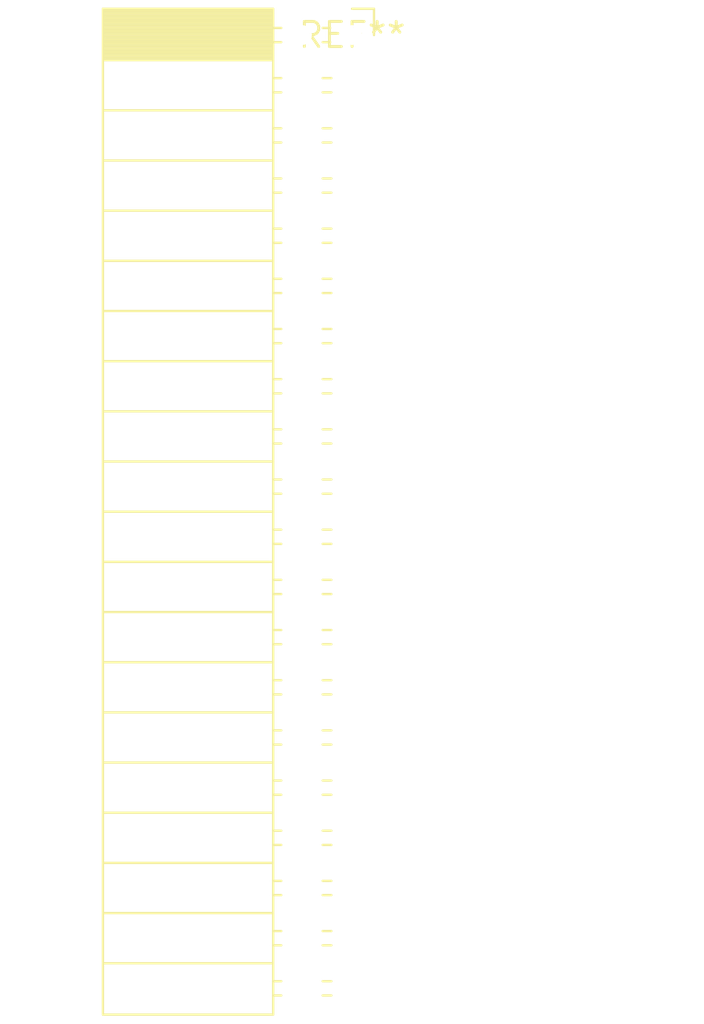
<source format=kicad_pcb>
(kicad_pcb (version 20240108) (generator pcbnew)
  (layers (0 "F.Cu" signal) (31 "B.Cu" signal) (34 "B.Paste" user) (35 "F.Paste" user) (36 "B.SilkS" user "B.Silkscreen") (37 "F.SilkS" user "F.Silkscreen") (38 "B.Mask" user) (39 "F.Mask" user) (44 "Edge.Cuts" user))
  (net 0 "")
  (footprint "PinSocket_2x20_P2.54mm_Horizontal" (layer "F.Cu") (at 0 0)
    (property "Reference" "REF**")
    (property "Value" "PinSocket_2x20_P2.54mm_Horizontal")
    (fp_line (start -12.63 -1.33) (end -12.63 49.59) (layer "F.SilkS") (stroke (width 0.12)))
    (fp_line (start -12.63 -1.33) (end -4 -1.33) (layer "F.SilkS") (stroke (width 0.12)))
    (fp_line (start -12.63 -1.21) (end -4 -1.21) (layer "F.SilkS") (stroke (width 0.12)))
    (fp_line (start -12.63 -1.091905) (end -4 -1.091905) (layer "F.SilkS") (stroke (width 0.12)))
    (fp_line (start -12.63 -0.97381) (end -4 -0.97381) (layer "F.SilkS") (stroke (width 0.12)))
    (fp_line (start -12.63 -0.855715) (end -4 -0.855715) (layer "F.SilkS") (stroke (width 0.12)))
    (fp_line (start -12.63 -0.73762) (end -4 -0.73762) (layer "F.SilkS") (stroke (width 0.12)))
    (fp_line (start -12.63 -0.619525) (end -4 -0.619525) (layer "F.SilkS") (stroke (width 0.12)))
    (fp_line (start -12.63 -0.50143) (end -4 -0.50143) (layer "F.SilkS") (stroke (width 0.12)))
    (fp_line (start -12.63 -0.383335) (end -4 -0.383335) (layer "F.SilkS") (stroke (width 0.12)))
    (fp_line (start -12.63 -0.26524) (end -4 -0.26524) (layer "F.SilkS") (stroke (width 0.12)))
    (fp_line (start -12.63 -0.147145) (end -4 -0.147145) (layer "F.SilkS") (stroke (width 0.12)))
    (fp_line (start -12.63 -0.02905) (end -4 -0.02905) (layer "F.SilkS") (stroke (width 0.12)))
    (fp_line (start -12.63 0.089045) (end -4 0.089045) (layer "F.SilkS") (stroke (width 0.12)))
    (fp_line (start -12.63 0.20714) (end -4 0.20714) (layer "F.SilkS") (stroke (width 0.12)))
    (fp_line (start -12.63 0.325235) (end -4 0.325235) (layer "F.SilkS") (stroke (width 0.12)))
    (fp_line (start -12.63 0.44333) (end -4 0.44333) (layer "F.SilkS") (stroke (width 0.12)))
    (fp_line (start -12.63 0.561425) (end -4 0.561425) (layer "F.SilkS") (stroke (width 0.12)))
    (fp_line (start -12.63 0.67952) (end -4 0.67952) (layer "F.SilkS") (stroke (width 0.12)))
    (fp_line (start -12.63 0.797615) (end -4 0.797615) (layer "F.SilkS") (stroke (width 0.12)))
    (fp_line (start -12.63 0.91571) (end -4 0.91571) (layer "F.SilkS") (stroke (width 0.12)))
    (fp_line (start -12.63 1.033805) (end -4 1.033805) (layer "F.SilkS") (stroke (width 0.12)))
    (fp_line (start -12.63 1.1519) (end -4 1.1519) (layer "F.SilkS") (stroke (width 0.12)))
    (fp_line (start -12.63 1.27) (end -4 1.27) (layer "F.SilkS") (stroke (width 0.12)))
    (fp_line (start -12.63 3.81) (end -4 3.81) (layer "F.SilkS") (stroke (width 0.12)))
    (fp_line (start -12.63 6.35) (end -4 6.35) (layer "F.SilkS") (stroke (width 0.12)))
    (fp_line (start -12.63 8.89) (end -4 8.89) (layer "F.SilkS") (stroke (width 0.12)))
    (fp_line (start -12.63 11.43) (end -4 11.43) (layer "F.SilkS") (stroke (width 0.12)))
    (fp_line (start -12.63 13.97) (end -4 13.97) (layer "F.SilkS") (stroke (width 0.12)))
    (fp_line (start -12.63 16.51) (end -4 16.51) (layer "F.SilkS") (stroke (width 0.12)))
    (fp_line (start -12.63 19.05) (end -4 19.05) (layer "F.SilkS") (stroke (width 0.12)))
    (fp_line (start -12.63 21.59) (end -4 21.59) (layer "F.SilkS") (stroke (width 0.12)))
    (fp_line (start -12.63 24.13) (end -4 24.13) (layer "F.SilkS") (stroke (width 0.12)))
    (fp_line (start -12.63 26.67) (end -4 26.67) (layer "F.SilkS") (stroke (width 0.12)))
    (fp_line (start -12.63 29.21) (end -4 29.21) (layer "F.SilkS") (stroke (width 0.12)))
    (fp_line (start -12.63 31.75) (end -4 31.75) (layer "F.SilkS") (stroke (width 0.12)))
    (fp_line (start -12.63 34.29) (end -4 34.29) (layer "F.SilkS") (stroke (width 0.12)))
    (fp_line (start -12.63 36.83) (end -4 36.83) (layer "F.SilkS") (stroke (width 0.12)))
    (fp_line (start -12.63 39.37) (end -4 39.37) (layer "F.SilkS") (stroke (width 0.12)))
    (fp_line (start -12.63 41.91) (end -4 41.91) (layer "F.SilkS") (stroke (width 0.12)))
    (fp_line (start -12.63 44.45) (end -4 44.45) (layer "F.SilkS") (stroke (width 0.12)))
    (fp_line (start -12.63 46.99) (end -4 46.99) (layer "F.SilkS") (stroke (width 0.12)))
    (fp_line (start -12.63 49.59) (end -4 49.59) (layer "F.SilkS") (stroke (width 0.12)))
    (fp_line (start -4 -1.33) (end -4 49.59) (layer "F.SilkS") (stroke (width 0.12)))
    (fp_line (start -4 -0.36) (end -3.59 -0.36) (layer "F.SilkS") (stroke (width 0.12)))
    (fp_line (start -4 0.36) (end -3.59 0.36) (layer "F.SilkS") (stroke (width 0.12)))
    (fp_line (start -4 2.18) (end -3.59 2.18) (layer "F.SilkS") (stroke (width 0.12)))
    (fp_line (start -4 2.9) (end -3.59 2.9) (layer "F.SilkS") (stroke (width 0.12)))
    (fp_line (start -4 4.72) (end -3.59 4.72) (layer "F.SilkS") (stroke (width 0.12)))
    (fp_line (start -4 5.44) (end -3.59 5.44) (layer "F.SilkS") (stroke (width 0.12)))
    (fp_line (start -4 7.26) (end -3.59 7.26) (layer "F.SilkS") (stroke (width 0.12)))
    (fp_line (start -4 7.98) (end -3.59 7.98) (layer "F.SilkS") (stroke (width 0.12)))
    (fp_line (start -4 9.8) (end -3.59 9.8) (layer "F.SilkS") (stroke (width 0.12)))
    (fp_line (start -4 10.52) (end -3.59 10.52) (layer "F.SilkS") (stroke (width 0.12)))
    (fp_line (start -4 12.34) (end -3.59 12.34) (layer "F.SilkS") (stroke (width 0.12)))
    (fp_line (start -4 13.06) (end -3.59 13.06) (layer "F.SilkS") (stroke (width 0.12)))
    (fp_line (start -4 14.88) (end -3.59 14.88) (layer "F.SilkS") (stroke (width 0.12)))
    (fp_line (start -4 15.6) (end -3.59 15.6) (layer "F.SilkS") (stroke (width 0.12)))
    (fp_line (start -4 17.42) (end -3.59 17.42) (layer "F.SilkS") (stroke (width 0.12)))
    (fp_line (start -4 18.14) (end -3.59 18.14) (layer "F.SilkS") (stroke (width 0.12)))
    (fp_line (start -4 19.96) (end -3.59 19.96) (layer "F.SilkS") (stroke (width 0.12)))
    (fp_line (start -4 20.68) (end -3.59 20.68) (layer "F.SilkS") (stroke (width 0.12)))
    (fp_line (start -4 22.5) (end -3.59 22.5) (layer "F.SilkS") (stroke (width 0.12)))
    (fp_line (start -4 23.22) (end -3.59 23.22) (layer "F.SilkS") (stroke (width 0.12)))
    (fp_line (start -4 25.04) (end -3.59 25.04) (layer "F.SilkS") (stroke (width 0.12)))
    (fp_line (start -4 25.76) (end -3.59 25.76) (layer "F.SilkS") (stroke (width 0.12)))
    (fp_line (start -4 27.58) (end -3.59 27.58) (layer "F.SilkS") (stroke (width 0.12)))
    (fp_line (start -4 28.3) (end -3.59 28.3) (layer "F.SilkS") (stroke (width 0.12)))
    (fp_line (start -4 30.12) (end -3.59 30.12) (layer "F.SilkS") (stroke (width 0.12)))
    (fp_line (start -4 30.84) (end -3.59 30.84) (layer "F.SilkS") (stroke (width 0.12)))
    (fp_line (start -4 32.66) (end -3.59 32.66) (layer "F.SilkS") (stroke (width 0.12)))
    (fp_line (start -4 33.38) (end -3.59 33.38) (layer "F.SilkS") (stroke (width 0.12)))
    (fp_line (start -4 35.2) (end -3.59 35.2) (layer "F.SilkS") (stroke (width 0.12)))
    (fp_line (start -4 35.92) (end -3.59 35.92) (layer "F.SilkS") (stroke (width 0.12)))
    (fp_line (start -4 37.74) (end -3.59 37.74) (layer "F.SilkS") (stroke (width 0.12)))
    (fp_line (start -4 38.46) (end -3.59 38.46) (layer "F.SilkS") (stroke (width 0.12)))
    (fp_line (start -4 40.28) (end -3.59 40.28) (layer "F.SilkS") (stroke (width 0.12)))
    (fp_line (start -4 41) (end -3.59 41) (layer "F.SilkS") (stroke (width 0.12)))
    (fp_line (start -4 42.82) (end -3.59 42.82) (layer "F.SilkS") (stroke (width 0.12)))
    (fp_line (start -4 43.54) (end -3.59 43.54) (layer "F.SilkS") (stroke (width 0.12)))
    (fp_line (start -4 45.36) (end -3.59 45.36) (layer "F.SilkS") (stroke (width 0.12)))
    (fp_line (start -4 46.08) (end -3.59 46.08) (layer "F.SilkS") (stroke (width 0.12)))
    (fp_line (start -4 47.9) (end -3.59 47.9) (layer "F.SilkS") (stroke (width 0.12)))
    (fp_line (start -4 48.62) (end -3.59 48.62) (layer "F.SilkS") (stroke (width 0.12)))
    (fp_line (start -1.49 -0.36) (end -1.11 -0.36) (layer "F.SilkS") (stroke (width 0.12)))
    (fp_line (start -1.49 0.36) (end -1.11 0.36) (layer "F.SilkS") (stroke (width 0.12)))
    (fp_line (start -1.49 2.18) (end -1.05 2.18) (layer "F.SilkS") (stroke (width 0.12)))
    (fp_line (start -1.49 2.9) (end -1.05 2.9) (layer "F.SilkS") (stroke (width 0.12)))
    (fp_line (start -1.49 4.72) (end -1.05 4.72) (layer "F.SilkS") (stroke (width 0.12)))
    (fp_line (start -1.49 5.44) (end -1.05 5.44) (layer "F.SilkS") (stroke (width 0.12)))
    (fp_line (start -1.49 7.26) (end -1.05 7.26) (layer "F.SilkS") (stroke (width 0.12)))
    (fp_line (start -1.49 7.98) (end -1.05 7.98) (layer "F.SilkS") (stroke (width 0.12)))
    (fp_line (start -1.49 9.8) (end -1.05 9.8) (layer "F.SilkS") (stroke (width 0.12)))
    (fp_line (start -1.49 10.52) (end -1.05 10.52) (layer "F.SilkS") (stroke (width 0.12)))
    (fp_line (start -1.49 12.34) (end -1.05 12.34) (layer "F.SilkS") (stroke (width 0.12)))
    (fp_line (start -1.49 13.06) (end -1.05 13.06) (layer "F.SilkS") (stroke (width 0.12)))
    (fp_line (start -1.49 14.88) (end -1.05 14.88) (layer "F.SilkS") (stroke (width 0.12)))
    (fp_line (start -1.49 15.6) (end -1.05 15.6) (layer "F.SilkS") (stroke (width 0.12)))
    (fp_line (start -1.49 17.42) (end -1.05 17.42) (layer "F.SilkS") (stroke (width 0.12)))
    (fp_line (start -1.49 18.14) (end -1.05 18.14) (layer "F.SilkS") (stroke (width 0.12)))
    (fp_line (start -1.49 19.96) (end -1.05 19.96) (layer "F.SilkS") (stroke (width 0.12)))
    (fp_line (start -1.49 20.68) (end -1.05 20.68) (layer "F.SilkS") (stroke (width 0.12)))
    (fp_line (start -1.49 22.5) (end -1.05 22.5) (layer "F.SilkS") (stroke (width 0.12)))
    (fp_line (start -1.49 23.22) (end -1.05 23.22) (layer "F.SilkS") (stroke (width 0.12)))
    (fp_line (start -1.49 25.04) (end -1.05 25.04) (layer "F.SilkS") (stroke (width 0.12)))
    (fp_line (start -1.49 25.76) (end -1.05 25.76) (layer "F.SilkS") (stroke (width 0.12)))
    (fp_line (start -1.49 27.58) (end -1.05 27.58) (layer "F.SilkS") (stroke (width 0.12)))
    (fp_line (start -1.49 28.3) (end -1.05 28.3) (layer "F.SilkS") (stroke (width 0.12)))
    (fp_line (start -1.49 30.12) (end -1.05 30.12) (layer "F.SilkS") (stroke (width 0.12)))
    (fp_line (start -1.49 30.84) (end -1.05 30.84) (layer "F.SilkS") (stroke (width 0.12)))
    (fp_line (start -1.49 32.66) (end -1.05 32.66) (layer "F.SilkS") (stroke (width 0.12)))
    (fp_line (start -1.49 33.38) (end -1.05 33.38) (layer "F.SilkS") (stroke (width 0.12)))
    (fp_line (start -1.49 35.2) (end -1.05 35.2) (layer "F.SilkS") (stroke (width 0.12)))
    (fp_line (start -1.49 35.92) (end -1.05 35.92) (layer "F.SilkS") (stroke (width 0.12)))
    (fp_line (start -1.49 37.74) (end -1.05 37.74) (layer "F.SilkS") (stroke (width 0.12)))
    (fp_line (start -1.49 38.46) (end -1.05 38.46) (layer "F.SilkS") (stroke (width 0.12)))
    (fp_line (start -1.49 40.28) (end -1.05 40.28) (layer "F.SilkS") (stroke (width 0.12)))
    (fp_line (start -1.49 41) (end -1.05 41) (layer "F.SilkS") (stroke (width 0.12)))
    (fp_line (start -1.49 42.82) (end -1.05 42.82) (layer "F.SilkS") (stroke (width 0.12)))
    (fp_line (start -1.49 43.54) (end -1.05 43.54) (layer "F.SilkS") (stroke (width 0.12)))
    (fp_line (start -1.49 45.36) (end -1.05 45.36) (layer "F.SilkS") (stroke (width 0.12)))
    (fp_line (start -1.49 46.08) (end -1.05 46.08) (layer "F.SilkS") (stroke (width 0.12)))
    (fp_line (start -1.49 47.9) (end -1.05 47.9) (layer "F.SilkS") (stroke (width 0.12)))
    (fp_line (start -1.49 48.62) (end -1.05 48.62) (layer "F.SilkS") (stroke (width 0.12)))
    (fp_line (start 0 -1.33) (end 1.11 -1.33) (layer "F.SilkS") (stroke (width 0.12)))
    (fp_line (start 1.11 -1.33) (end 1.11 0) (layer "F.SilkS") (stroke (width 0.12)))
    (pad "1" thru_hole rect (at 0 0) (size 1.7 1.7) (drill 1) (layers *.Cu *.Mask) (remove_unused_layers))
    (pad "2" thru_hole oval (at -2.54 0) (size 1.7 1.7) (drill 1) (layers *.Cu *.Mask) (remove_unused_layers))
    (pad "3" thru_hole oval (at 0 2.54) (size 1.7 1.7) (drill 1) (layers *.Cu *.Mask) (remove_unused_layers))
    (pad "4" thru_hole oval (at -2.54 2.54) (size 1.7 1.7) (drill 1) (layers *.Cu *.Mask) (remove_unused_layers))
    (pad "5" thru_hole oval (at 0 5.08) (size 1.7 1.7) (drill 1) (layers *.Cu *.Mask) (remove_unused_layers))
    (pad "6" thru_hole oval (at -2.54 5.08) (size 1.7 1.7) (drill 1) (layers *.Cu *.Mask) (remove_unused_layers))
    (pad "7" thru_hole oval (at 0 7.62) (size 1.7 1.7) (drill 1) (layers *.Cu *.Mask) (remove_unused_layers))
    (pad "8" thru_hole oval (at -2.54 7.62) (size 1.7 1.7) (drill 1) (layers *.Cu *.Mask) (remove_unused_layers))
    (pad "9" thru_hole oval (at 0 10.16) (size 1.7 1.7) (drill 1) (layers *.Cu *.Mask) (remove_unused_layers))
    (pad "10" thru_hole oval (at -2.54 10.16) (size 1.7 1.7) (drill 1) (layers *.Cu *.Mask) (remove_unused_layers))
    (pad "11" thru_hole oval (at 0 12.7) (size 1.7 1.7) (drill 1) (layers *.Cu *.Mask) (remove_unused_layers))
    (pad "12" thru_hole oval (at -2.54 12.7) (size 1.7 1.7) (drill 1) (layers *.Cu *.Mask) (remove_unused_layers))
    (pad "13" thru_hole oval (at 0 15.24) (size 1.7 1.7) (drill 1) (layers *.Cu *.Mask) (remove_unused_layers))
    (pad "14" thru_hole oval (at -2.54 15.24) (size 1.7 1.7) (drill 1) (layers *.Cu *.Mask) (remove_unused_layers))
    (pad "15" thru_hole oval (at 0 17.78) (size 1.7 1.7) (drill 1) (layers *.Cu *.Mask) (remove_unused_layers))
    (pad "16" thru_hole oval (at -2.54 17.78) (size 1.7 1.7) (drill 1) (layers *.Cu *.Mask) (remove_unused_layers))
    (pad "17" thru_hole oval (at 0 20.32) (size 1.7 1.7) (drill 1) (layers *.Cu *.Mask) (remove_unused_layers))
    (pad "18" thru_hole oval (at -2.54 20.32) (size 1.7 1.7) (drill 1) (layers *.Cu *.Mask) (remove_unused_layers))
    (pad "19" thru_hole oval (at 0 22.86) (size 1.7 1.7) (drill 1) (layers *.Cu *.Mask) (remove_unused_layers))
    (pad "20" thru_hole oval (at -2.54 22.86) (size 1.7 1.7) (drill 1) (layers *.Cu *.Mask) (remove_unused_layers))
    (pad "21" thru_hole oval (at 0 25.4) (size 1.7 1.7) (drill 1) (layers *.Cu *.Mask) (remove_unused_layers))
    (pad "22" thru_hole oval (at -2.54 25.4) (size 1.7 1.7) (drill 1) (layers *.Cu *.Mask) (remove_unused_layers))
    (pad "23" thru_hole oval (at 0 27.94) (size 1.7 1.7) (drill 1) (layers *.Cu *.Mask) (remove_unused_layers))
    (pad "24" thru_hole oval (at -2.54 27.94) (size 1.7 1.7) (drill 1) (layers *.Cu *.Mask) (remove_unused_layers))
    (pad "25" thru_hole oval (at 0 30.48) (size 1.7 1.7) (drill 1) (layers *.Cu *.Mask) (remove_unused_layers))
    (pad "26" thru_hole oval (at -2.54 30.48) (size 1.7 1.7) (drill 1) (layers *.Cu *.Mask) (remove_unused_layers))
    (pad "27" thru_hole oval (at 0 33.02) (size 1.7 1.7) (drill 1) (layers *.Cu *.Mask) (remove_unused_layers))
    (pad "28" thru_hole oval (at -2.54 33.02) (size 1.7 1.7) (drill 1) (layers *.Cu *.Mask) (remove_unused_layers))
    (pad "29" thru_hole oval (at 0 35.56) (size 1.7 1.7) (drill 1) (layers *.Cu *.Mask) (remove_unused_layers))
    (pad "30" thru_hole oval (at -2.54 35.56) (size 1.7 1.7) (drill 1) (layers *.Cu *.Mask) (remove_unused_layers))
    (pad "31" thru_hole oval (at 0 38.1) (size 1.7 1.7) (drill 1) (layers *.Cu *.Mask) (remove_unused_layers))
    (pad "32" thru_hole oval (at -2.54 38.1) (size 1.7 1.7) (drill 1) (layers *.Cu *.Mask) (remove_unused_layers))
    (pad "33" thru_hole oval (at 0 40.64) (size 1.7 1.7) (drill 1) (layers *.Cu *.Mask) (remove_unused_layers))
    (pad "34" thru_hole oval (at -2.54 40.64) (size 1.7 1.7) (drill 1) (layers *.Cu *.Mask) (remove_unused_layers))
    (pad "35" thru_hole oval (at 0 43.18) (size 1.7 1.7) (drill 1) (layers *.Cu *.Mask) (remove_unused_layers))
    (pad "36" thru_hole oval (at -2.54 43.18) (size 1.7 1.7) (drill 1) (layers *.Cu *.Mask) (remove_unused_layers))
    (pad "37" thru_hole oval (at 0 45.72) (size 1.7 1.7) (drill 1) (layers *.Cu *.Mask) (remove_unused_layers))
    (pad "38" thru_hole oval (at -2.54 45.72) (size 1.7 1.7) (drill 1) (layers *.Cu *.Mask) (remove_unused_layers))
    (pad "39" thru_hole oval (at 0 48.26) (size 1.7 1.7) (drill 1) (layers *.Cu *.Mask) (remove_unused_layers))
    (pad "40" thru_hole oval (at -2.54 48.26) (size 1.7 1.7) (drill 1) (layers *.Cu *.Mask) (remove_unused_layers))
  )
)
</source>
